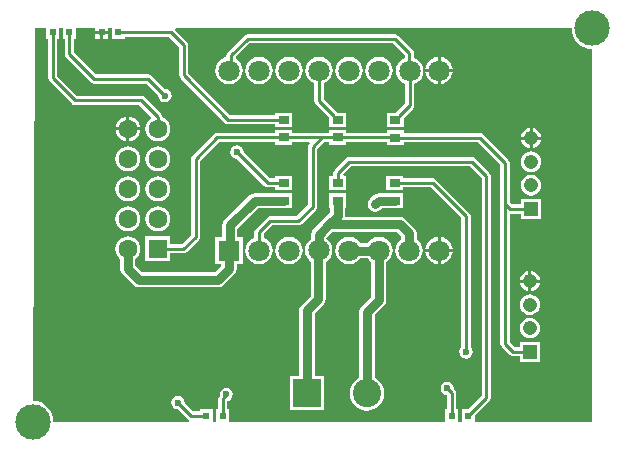
<source format=gtl>
G04*
G04 #@! TF.GenerationSoftware,Altium Limited,Altium Designer,20.1.8 (145)*
G04*
G04 Layer_Physical_Order=1*
G04 Layer_Color=255*
%FSLAX25Y25*%
%MOIN*%
G70*
G04*
G04 #@! TF.SameCoordinates,FB41AF91-CB0D-428D-8178-E64408BCF0C5*
G04*
G04*
G04 #@! TF.FilePolarity,Positive*
G04*
G01*
G75*
%ADD18R,0.02362X0.02362*%
%ADD19R,0.03543X0.02756*%
%ADD31C,0.01000*%
%ADD32C,0.02953*%
%ADD33R,0.07087X0.07087*%
%ADD34C,0.07087*%
%ADD35C,0.09449*%
%ADD36R,0.09449X0.09449*%
%ADD37C,0.06299*%
%ADD38R,0.06299X0.06299*%
%ADD39C,0.04756*%
%ADD40R,0.04756X0.04756*%
%ADD41C,0.11811*%
%ADD42C,0.02362*%
G36*
X191620Y141560D02*
X192015Y140258D01*
X192656Y139058D01*
X193519Y138007D01*
X194570Y137144D01*
X195770Y136503D01*
X197072Y136108D01*
X198425Y135975D01*
Y11811D01*
X159268D01*
Y13758D01*
X164074Y18564D01*
X164405Y19060D01*
X164522Y19646D01*
Y93701D01*
X164405Y94286D01*
X164074Y94782D01*
X159349Y99507D01*
X158853Y99838D01*
X158268Y99955D01*
X117323D01*
X116738Y99838D01*
X116241Y99507D01*
X112454Y95719D01*
X112122Y95223D01*
X112006Y94638D01*
Y93749D01*
X110764D01*
Y88993D01*
X116307D01*
Y93749D01*
X115517D01*
X115310Y94249D01*
X117956Y96896D01*
X157634D01*
X161463Y93067D01*
Y20279D01*
X157105Y15921D01*
X154906D01*
Y11811D01*
X153756D01*
Y15921D01*
X153104D01*
Y21260D01*
X152988Y21845D01*
X152656Y22341D01*
X152214Y22784D01*
X152224Y22835D01*
X152055Y23686D01*
X151573Y24407D01*
X150851Y24889D01*
X150000Y25058D01*
X149149Y24889D01*
X148427Y24407D01*
X147945Y23686D01*
X147776Y22835D01*
X147945Y21984D01*
X148427Y21262D01*
X149149Y20780D01*
X150000Y20611D01*
X150045Y20574D01*
Y15921D01*
X149394D01*
Y11811D01*
X77378D01*
Y15921D01*
X76726D01*
Y18683D01*
X76762Y18719D01*
X77229Y18812D01*
X77950Y19294D01*
X78433Y20015D01*
X78602Y20866D01*
X78433Y21717D01*
X77950Y22439D01*
X77229Y22921D01*
X76378Y23090D01*
X75527Y22921D01*
X74805Y22439D01*
X74323Y21717D01*
X74154Y20866D01*
X74225Y20508D01*
X74116Y20398D01*
X73784Y19902D01*
X73668Y19317D01*
Y15921D01*
X73016D01*
Y11811D01*
X71866D01*
Y15921D01*
X67504D01*
Y15270D01*
X65240D01*
X62450Y18059D01*
X62460Y18110D01*
X62291Y18961D01*
X61809Y19683D01*
X61087Y20165D01*
X60236Y20334D01*
X59385Y20165D01*
X58664Y19683D01*
X58182Y18961D01*
X58012Y18110D01*
X58182Y17259D01*
X58664Y16538D01*
X59385Y16056D01*
X60236Y15886D01*
X60287Y15897D01*
X63525Y12659D01*
X64021Y12327D01*
X64102Y12311D01*
X64053Y11811D01*
X18750D01*
X18617Y13165D01*
X18222Y14466D01*
X17581Y15666D01*
X16718Y16718D01*
X15666Y17581D01*
X14466Y18222D01*
X13165Y18617D01*
X11853Y18746D01*
X12598Y142913D01*
X16350D01*
Y139369D01*
X17002D01*
Y126350D01*
X17118Y125765D01*
X17450Y125269D01*
X24903Y117816D01*
X25399Y117485D01*
X25984Y117368D01*
X47398D01*
X51331Y113436D01*
X51241Y112819D01*
X50603Y112330D01*
X49938Y111463D01*
X49520Y110453D01*
X49378Y109370D01*
X49520Y108287D01*
X49938Y107277D01*
X50603Y106411D01*
X51470Y105745D01*
X52480Y105327D01*
X53563Y105185D01*
X54646Y105327D01*
X55656Y105745D01*
X56523Y106411D01*
X57188Y107277D01*
X57606Y108287D01*
X57748Y109370D01*
X57606Y110453D01*
X57188Y111463D01*
X56523Y112330D01*
X55656Y112995D01*
X55092Y113228D01*
Y113366D01*
X54976Y113951D01*
X54644Y114448D01*
X49113Y119979D01*
X48617Y120311D01*
X48031Y120427D01*
X26618D01*
X20061Y126984D01*
Y139369D01*
X20712D01*
Y142913D01*
X21862D01*
Y139369D01*
X22514D01*
Y134224D01*
X22630Y133639D01*
X22962Y133143D01*
X31202Y124903D01*
X31698Y124571D01*
X32283Y124455D01*
X49760D01*
X53692Y120523D01*
X53682Y120472D01*
X53851Y119621D01*
X54333Y118900D01*
X55054Y118418D01*
X55905Y118249D01*
X56757Y118418D01*
X57478Y118900D01*
X57960Y119621D01*
X58129Y120472D01*
X57960Y121324D01*
X57478Y122045D01*
X56757Y122527D01*
X55905Y122696D01*
X55855Y122686D01*
X51475Y127066D01*
X50979Y127397D01*
X50394Y127514D01*
X32917D01*
X25573Y134858D01*
Y139369D01*
X26224D01*
Y142913D01*
X32745D01*
Y142050D01*
X37108D01*
Y142913D01*
X38257D01*
Y139369D01*
X42619D01*
Y140020D01*
X57423D01*
X60675Y136768D01*
Y127165D01*
X60792Y126580D01*
X61123Y126084D01*
X75871Y111336D01*
X76367Y111004D01*
X76953Y110888D01*
X92764D01*
Y110039D01*
X98307D01*
Y114795D01*
X92764D01*
Y113947D01*
X77586D01*
X63734Y127799D01*
Y137402D01*
X63618Y137987D01*
X63286Y138483D01*
X59356Y142413D01*
X59563Y142913D01*
X191486D01*
X191620Y141560D01*
D02*
G37*
%LPC*%
G36*
X37108Y141050D02*
X35426D01*
Y139369D01*
X37108D01*
Y141050D01*
D02*
G37*
G36*
X34426D02*
X32745D01*
Y139369D01*
X34426D01*
Y141050D01*
D02*
G37*
G36*
X147780Y133328D02*
Y129311D01*
X151796D01*
X151706Y129997D01*
X151248Y131102D01*
X150520Y132051D01*
X149571Y132780D01*
X148466Y133237D01*
X147780Y133328D01*
D02*
G37*
G36*
X146780D02*
X146094Y133237D01*
X144988Y132780D01*
X144039Y132051D01*
X143311Y131102D01*
X142853Y129997D01*
X142763Y129311D01*
X146780D01*
Y133328D01*
D02*
G37*
G36*
X151796Y128311D02*
X147780D01*
Y124294D01*
X148466Y124385D01*
X149571Y124843D01*
X150520Y125571D01*
X151248Y126520D01*
X151706Y127625D01*
X151796Y128311D01*
D02*
G37*
G36*
X146780D02*
X142763D01*
X142853Y127625D01*
X143311Y126520D01*
X144039Y125571D01*
X144988Y124843D01*
X146094Y124385D01*
X146780Y124294D01*
Y128311D01*
D02*
G37*
G36*
X127280Y133394D02*
X126094Y133237D01*
X124988Y132780D01*
X124039Y132051D01*
X123311Y131102D01*
X122853Y129997D01*
X122697Y128811D01*
X122853Y127625D01*
X123311Y126520D01*
X124039Y125571D01*
X124988Y124843D01*
X126094Y124385D01*
X127280Y124229D01*
X128466Y124385D01*
X129571Y124843D01*
X130520Y125571D01*
X131248Y126520D01*
X131706Y127625D01*
X131862Y128811D01*
X131706Y129997D01*
X131248Y131102D01*
X130520Y132051D01*
X129571Y132780D01*
X128466Y133237D01*
X127280Y133394D01*
D02*
G37*
G36*
X117280D02*
X116094Y133237D01*
X114988Y132780D01*
X114039Y132051D01*
X113311Y131102D01*
X112853Y129997D01*
X112697Y128811D01*
X112853Y127625D01*
X113311Y126520D01*
X114039Y125571D01*
X114988Y124843D01*
X116094Y124385D01*
X117280Y124229D01*
X118466Y124385D01*
X119571Y124843D01*
X120520Y125571D01*
X121248Y126520D01*
X121706Y127625D01*
X121862Y128811D01*
X121706Y129997D01*
X121248Y131102D01*
X120520Y132051D01*
X119571Y132780D01*
X118466Y133237D01*
X117280Y133394D01*
D02*
G37*
G36*
X97280D02*
X96094Y133237D01*
X94988Y132780D01*
X94039Y132051D01*
X93311Y131102D01*
X92853Y129997D01*
X92697Y128811D01*
X92853Y127625D01*
X93311Y126520D01*
X94039Y125571D01*
X94988Y124843D01*
X96094Y124385D01*
X97280Y124229D01*
X98466Y124385D01*
X99571Y124843D01*
X100520Y125571D01*
X101248Y126520D01*
X101706Y127625D01*
X101862Y128811D01*
X101706Y129997D01*
X101248Y131102D01*
X100520Y132051D01*
X99571Y132780D01*
X98466Y133237D01*
X97280Y133394D01*
D02*
G37*
G36*
X87280D02*
X86094Y133237D01*
X84988Y132780D01*
X84039Y132051D01*
X83311Y131102D01*
X82853Y129997D01*
X82697Y128811D01*
X82853Y127625D01*
X83311Y126520D01*
X84039Y125571D01*
X84988Y124843D01*
X86094Y124385D01*
X87280Y124229D01*
X88466Y124385D01*
X89571Y124843D01*
X90520Y125571D01*
X91248Y126520D01*
X91706Y127625D01*
X91862Y128811D01*
X91706Y129997D01*
X91248Y131102D01*
X90520Y132051D01*
X89571Y132780D01*
X88466Y133237D01*
X87280Y133394D01*
D02*
G37*
G36*
X107280D02*
X106094Y133237D01*
X104988Y132780D01*
X104039Y132051D01*
X103311Y131102D01*
X102853Y129997D01*
X102697Y128811D01*
X102853Y127625D01*
X103311Y126520D01*
X104039Y125571D01*
X104988Y124843D01*
X105750Y124527D01*
Y118673D01*
X105867Y118088D01*
X106198Y117592D01*
X110764Y113026D01*
Y110039D01*
X116307D01*
Y114795D01*
X113320D01*
X108809Y119307D01*
Y124527D01*
X109571Y124843D01*
X110520Y125571D01*
X111248Y126520D01*
X111706Y127625D01*
X111862Y128811D01*
X111706Y129997D01*
X111248Y131102D01*
X110520Y132051D01*
X109571Y132780D01*
X108466Y133237D01*
X107280Y133394D01*
D02*
G37*
G36*
X132677Y140900D02*
X83465D01*
X82879Y140783D01*
X82383Y140452D01*
X76867Y134936D01*
X76536Y134440D01*
X76419Y133854D01*
Y133280D01*
X76094Y133237D01*
X74988Y132780D01*
X74039Y132051D01*
X73311Y131102D01*
X72853Y129997D01*
X72697Y128811D01*
X72853Y127625D01*
X73311Y126520D01*
X74039Y125571D01*
X74988Y124843D01*
X76094Y124385D01*
X77280Y124229D01*
X78466Y124385D01*
X79571Y124843D01*
X80520Y125571D01*
X81248Y126520D01*
X81706Y127625D01*
X81862Y128811D01*
X81706Y129997D01*
X81248Y131102D01*
X80520Y132051D01*
X79588Y132766D01*
X79552Y133067D01*
X79537Y133280D01*
X84098Y137841D01*
X132044D01*
X135872Y134012D01*
Y132985D01*
X135185Y132701D01*
X134236Y131973D01*
X133508Y131024D01*
X133050Y129918D01*
X132894Y128732D01*
X133050Y127546D01*
X133508Y126441D01*
X134236Y125492D01*
X135185Y124764D01*
X135947Y124448D01*
Y117834D01*
X132892Y114780D01*
X129905D01*
Y110024D01*
X135449D01*
Y113010D01*
X138558Y116119D01*
X138889Y116616D01*
X139006Y117201D01*
Y124448D01*
X139768Y124764D01*
X140717Y125492D01*
X141445Y126441D01*
X141903Y127546D01*
X142059Y128732D01*
X141903Y129918D01*
X141445Y131024D01*
X140717Y131973D01*
X139768Y132701D01*
X138931Y133047D01*
Y134646D01*
X138814Y135231D01*
X138483Y135727D01*
X133759Y140452D01*
X133262Y140783D01*
X132677Y140900D01*
D02*
G37*
G36*
X44063Y113490D02*
Y109870D01*
X47683D01*
X47606Y110453D01*
X47188Y111463D01*
X46523Y112330D01*
X45656Y112995D01*
X44646Y113413D01*
X44063Y113490D01*
D02*
G37*
G36*
X43063D02*
X42480Y113413D01*
X41470Y112995D01*
X40604Y112330D01*
X39938Y111463D01*
X39520Y110453D01*
X39443Y109870D01*
X43063D01*
Y113490D01*
D02*
G37*
G36*
X116307Y108890D02*
X110764D01*
Y108041D01*
X98307D01*
Y108890D01*
X92764D01*
Y108041D01*
X73441D01*
X72856Y107925D01*
X72360Y107593D01*
X65060Y100294D01*
X64729Y99798D01*
X64612Y99213D01*
Y74056D01*
X61456Y70899D01*
X57713D01*
Y73520D01*
X49413D01*
Y65220D01*
X57713D01*
Y67841D01*
X62089D01*
X62674Y67957D01*
X63170Y68289D01*
X67223Y72341D01*
X67555Y72838D01*
X67671Y73423D01*
Y98579D01*
X74074Y104982D01*
X92764D01*
Y104134D01*
X98307D01*
Y104982D01*
X103922D01*
X104113Y104520D01*
X104037Y104444D01*
X103705Y103947D01*
X103589Y103362D01*
Y84098D01*
X99760Y80270D01*
X90945D01*
X90360Y80153D01*
X89863Y79822D01*
X86198Y76156D01*
X85867Y75660D01*
X85750Y75075D01*
Y73095D01*
X84988Y72780D01*
X84039Y72051D01*
X83311Y71102D01*
X82853Y69997D01*
X82697Y68811D01*
X82853Y67625D01*
X83311Y66520D01*
X84039Y65571D01*
X84988Y64842D01*
X86094Y64385D01*
X87280Y64228D01*
X88466Y64385D01*
X89571Y64842D01*
X90520Y65571D01*
X91248Y66520D01*
X91706Y67625D01*
X91862Y68811D01*
X91706Y69997D01*
X91248Y71102D01*
X90520Y72051D01*
X89571Y72780D01*
X88809Y73095D01*
Y74441D01*
X91578Y77211D01*
X100394D01*
X100979Y77327D01*
X101475Y77659D01*
X106200Y82383D01*
X106531Y82879D01*
X106648Y83465D01*
Y102729D01*
X108901Y104982D01*
X110764D01*
Y104134D01*
X116307D01*
Y104982D01*
X129905D01*
Y104118D01*
X135449D01*
Y104967D01*
X160193D01*
X167762Y97398D01*
Y84252D01*
Y37795D01*
X167878Y37210D01*
X168210Y36714D01*
X170966Y33958D01*
X171462Y33626D01*
X172047Y33510D01*
X174181D01*
Y31661D01*
X180937D01*
Y38417D01*
X174181D01*
Y36569D01*
X172681D01*
X170821Y38429D01*
Y81111D01*
X170866Y81148D01*
X174575D01*
Y79299D01*
X181331D01*
Y86055D01*
X174575D01*
Y84207D01*
X171500D01*
X170821Y84886D01*
Y98032D01*
X170704Y98617D01*
X170373Y99113D01*
X161908Y107578D01*
X161412Y107909D01*
X160827Y108025D01*
X135449D01*
Y108874D01*
X129905D01*
Y108041D01*
X116307D01*
Y108890D01*
D02*
G37*
G36*
X178453Y109641D02*
Y106799D01*
X181294D01*
X181244Y107181D01*
X180903Y108003D01*
X180362Y108708D01*
X179656Y109250D01*
X178835Y109590D01*
X178453Y109641D01*
D02*
G37*
G36*
X177453Y109641D02*
X177071Y109590D01*
X176249Y109250D01*
X175544Y108708D01*
X175002Y108003D01*
X174662Y107181D01*
X174611Y106799D01*
X177453D01*
Y109641D01*
D02*
G37*
G36*
X47683Y108870D02*
X44063D01*
Y105251D01*
X44646Y105327D01*
X45656Y105745D01*
X46523Y106411D01*
X47188Y107277D01*
X47606Y108287D01*
X47683Y108870D01*
D02*
G37*
G36*
X43063D02*
X39443D01*
X39520Y108287D01*
X39938Y107277D01*
X40604Y106411D01*
X41470Y105745D01*
X42480Y105327D01*
X43063Y105251D01*
Y108870D01*
D02*
G37*
G36*
X177453Y105799D02*
X174611D01*
X174662Y105417D01*
X175002Y104596D01*
X175544Y103890D01*
X176249Y103349D01*
X177071Y103008D01*
X177453Y102958D01*
Y105799D01*
D02*
G37*
G36*
X181294D02*
X178453D01*
Y102958D01*
X178835Y103008D01*
X179656Y103349D01*
X180362Y103890D01*
X180903Y104596D01*
X181244Y105417D01*
X181294Y105799D01*
D02*
G37*
G36*
X53563Y103556D02*
X52480Y103413D01*
X51470Y102995D01*
X50603Y102330D01*
X49938Y101463D01*
X49520Y100453D01*
X49378Y99370D01*
X49520Y98287D01*
X49938Y97277D01*
X50603Y96411D01*
X51470Y95745D01*
X52480Y95327D01*
X53563Y95185D01*
X54646Y95327D01*
X55656Y95745D01*
X56523Y96411D01*
X57188Y97277D01*
X57606Y98287D01*
X57748Y99370D01*
X57606Y100453D01*
X57188Y101463D01*
X56523Y102330D01*
X55656Y102995D01*
X54646Y103413D01*
X53563Y103556D01*
D02*
G37*
G36*
X43563D02*
X42480Y103413D01*
X41470Y102995D01*
X40604Y102330D01*
X39938Y101463D01*
X39520Y100453D01*
X39378Y99370D01*
X39520Y98287D01*
X39938Y97277D01*
X40604Y96411D01*
X41470Y95745D01*
X42480Y95327D01*
X43563Y95185D01*
X44646Y95327D01*
X45656Y95745D01*
X46523Y96411D01*
X47188Y97277D01*
X47606Y98287D01*
X47748Y99370D01*
X47606Y100453D01*
X47188Y101463D01*
X46523Y102330D01*
X45656Y102995D01*
X44646Y103413D01*
X43563Y103556D01*
D02*
G37*
G36*
X177953Y101832D02*
X177071Y101716D01*
X176249Y101376D01*
X175544Y100834D01*
X175002Y100129D01*
X174662Y99307D01*
X174546Y98425D01*
X174662Y97543D01*
X175002Y96722D01*
X175544Y96016D01*
X176249Y95475D01*
X177071Y95134D01*
X177953Y95018D01*
X178835Y95134D01*
X179656Y95475D01*
X180362Y96016D01*
X180903Y96722D01*
X181244Y97543D01*
X181360Y98425D01*
X181244Y99307D01*
X180903Y100129D01*
X180362Y100834D01*
X179656Y101376D01*
X178835Y101716D01*
X177953Y101832D01*
D02*
G37*
G36*
X79921Y103831D02*
X79070Y103661D01*
X78349Y103179D01*
X77867Y102458D01*
X77697Y101607D01*
X77867Y100756D01*
X78349Y100034D01*
X79070Y99552D01*
X79921Y99383D01*
X79972Y99393D01*
X89076Y90290D01*
X89572Y89958D01*
X90157Y89842D01*
X92764D01*
Y88993D01*
X98307D01*
Y93749D01*
X92764D01*
Y92901D01*
X90790D01*
X82135Y101556D01*
X82145Y101607D01*
X81976Y102458D01*
X81494Y103179D01*
X80772Y103661D01*
X79921Y103831D01*
D02*
G37*
G36*
X177953Y93958D02*
X177071Y93842D01*
X176249Y93502D01*
X175544Y92960D01*
X175002Y92255D01*
X174662Y91433D01*
X174546Y90551D01*
X174662Y89669D01*
X175002Y88848D01*
X175544Y88142D01*
X176249Y87601D01*
X177071Y87260D01*
X177953Y87144D01*
X178835Y87260D01*
X179656Y87601D01*
X180362Y88142D01*
X180903Y88848D01*
X181244Y89669D01*
X181360Y90551D01*
X181244Y91433D01*
X180903Y92255D01*
X180362Y92960D01*
X179656Y93502D01*
X178835Y93842D01*
X177953Y93958D01*
D02*
G37*
G36*
X53563Y93555D02*
X52480Y93413D01*
X51470Y92995D01*
X50603Y92330D01*
X49938Y91463D01*
X49520Y90453D01*
X49378Y89370D01*
X49520Y88287D01*
X49938Y87277D01*
X50603Y86411D01*
X51470Y85745D01*
X52480Y85327D01*
X53563Y85185D01*
X54646Y85327D01*
X55656Y85745D01*
X56523Y86411D01*
X57188Y87277D01*
X57606Y88287D01*
X57748Y89370D01*
X57606Y90453D01*
X57188Y91463D01*
X56523Y92330D01*
X55656Y92995D01*
X54646Y93413D01*
X53563Y93555D01*
D02*
G37*
G36*
X43563D02*
X42480Y93413D01*
X41470Y92995D01*
X40604Y92330D01*
X39938Y91463D01*
X39520Y90453D01*
X39378Y89370D01*
X39520Y88287D01*
X39938Y87277D01*
X40604Y86411D01*
X41470Y85745D01*
X42480Y85327D01*
X43563Y85185D01*
X44646Y85327D01*
X45656Y85745D01*
X46523Y86411D01*
X47188Y87277D01*
X47606Y88287D01*
X47748Y89370D01*
X47606Y90453D01*
X47188Y91463D01*
X46523Y92330D01*
X45656Y92995D01*
X44646Y93413D01*
X43563Y93555D01*
D02*
G37*
G36*
X132535Y87990D02*
X127198D01*
X126232Y87798D01*
X125412Y87251D01*
X124199Y86037D01*
X123652Y85218D01*
X123459Y84252D01*
X123652Y83286D01*
X124199Y82467D01*
X125018Y81919D01*
X125984Y81727D01*
X126951Y81919D01*
X127770Y82467D01*
X128244Y82941D01*
X132535D01*
X133274Y83087D01*
X135307D01*
Y87843D01*
X133274D01*
X132535Y87990D01*
D02*
G37*
G36*
X53563Y83556D02*
X52480Y83413D01*
X51470Y82995D01*
X50603Y82330D01*
X49938Y81463D01*
X49520Y80453D01*
X49378Y79370D01*
X49520Y78287D01*
X49938Y77277D01*
X50603Y76411D01*
X51470Y75745D01*
X52480Y75327D01*
X53563Y75185D01*
X54646Y75327D01*
X55656Y75745D01*
X56523Y76411D01*
X57188Y77277D01*
X57606Y78287D01*
X57748Y79370D01*
X57606Y80453D01*
X57188Y81463D01*
X56523Y82330D01*
X55656Y82995D01*
X54646Y83413D01*
X53563Y83556D01*
D02*
G37*
G36*
X43563D02*
X42480Y83413D01*
X41470Y82995D01*
X40604Y82330D01*
X39938Y81463D01*
X39520Y80453D01*
X39378Y79370D01*
X39520Y78287D01*
X39938Y77277D01*
X40604Y76411D01*
X41470Y75745D01*
X42480Y75327D01*
X43563Y75185D01*
X44646Y75327D01*
X45656Y75745D01*
X46523Y76411D01*
X47188Y77277D01*
X47606Y78287D01*
X47748Y79370D01*
X47606Y80453D01*
X47188Y81463D01*
X46523Y82330D01*
X45656Y82995D01*
X44646Y83413D01*
X43563Y83556D01*
D02*
G37*
G36*
X127280Y73393D02*
X126094Y73237D01*
X124988Y72780D01*
X124039Y72051D01*
X123490Y71336D01*
X121069D01*
X120520Y72051D01*
X119571Y72780D01*
X118466Y73237D01*
X117280Y73393D01*
X116094Y73237D01*
X114988Y72780D01*
X114039Y72051D01*
X113311Y71102D01*
X112853Y69997D01*
X112697Y68811D01*
X112853Y67625D01*
X113311Y66520D01*
X114039Y65571D01*
X114988Y64842D01*
X116094Y64385D01*
X117280Y64228D01*
X118466Y64385D01*
X119571Y64842D01*
X120520Y65571D01*
X121069Y66286D01*
X123490D01*
X124039Y65571D01*
X124641Y65109D01*
Y53408D01*
X121478Y50246D01*
X120931Y49427D01*
X120739Y48461D01*
Y26410D01*
X120377Y26260D01*
X119181Y25343D01*
X118264Y24147D01*
X117687Y22754D01*
X117490Y21260D01*
X117687Y19766D01*
X118264Y18373D01*
X119181Y17177D01*
X120377Y16260D01*
X121770Y15683D01*
X123264Y15486D01*
X124758Y15683D01*
X126151Y16260D01*
X127347Y17177D01*
X128264Y18373D01*
X128841Y19766D01*
X129038Y21260D01*
X128841Y22754D01*
X128264Y24147D01*
X127347Y25343D01*
X126151Y26260D01*
X125789Y26410D01*
Y47415D01*
X128951Y50577D01*
X129498Y51396D01*
X129690Y52362D01*
Y64934D01*
X130520Y65571D01*
X131248Y66520D01*
X131706Y67625D01*
X131862Y68811D01*
X131706Y69997D01*
X131248Y71102D01*
X130520Y72051D01*
X129571Y72780D01*
X128466Y73237D01*
X127280Y73393D01*
D02*
G37*
G36*
X147780Y73328D02*
Y69311D01*
X151796D01*
X151706Y69997D01*
X151248Y71102D01*
X150520Y72051D01*
X149571Y72780D01*
X148466Y73237D01*
X147780Y73328D01*
D02*
G37*
G36*
X146780D02*
X146094Y73237D01*
X144988Y72780D01*
X144039Y72051D01*
X143311Y71102D01*
X142853Y69997D01*
X142763Y69311D01*
X146780D01*
Y73328D01*
D02*
G37*
G36*
X151796Y68311D02*
X147780D01*
Y64294D01*
X148466Y64385D01*
X149571Y64842D01*
X150520Y65571D01*
X151248Y66520D01*
X151706Y67625D01*
X151796Y68311D01*
D02*
G37*
G36*
X146780D02*
X142763D01*
X142853Y67625D01*
X143311Y66520D01*
X144039Y65571D01*
X144988Y64842D01*
X146094Y64385D01*
X146780Y64294D01*
Y68311D01*
D02*
G37*
G36*
X116307Y87843D02*
X110764D01*
Y83087D01*
X111011D01*
Y81510D01*
X108845Y79344D01*
X108845Y79344D01*
X105376Y75876D01*
X104829Y75057D01*
X104637Y74090D01*
Y72679D01*
X103921Y72130D01*
X103193Y71181D01*
X102735Y70076D01*
X102579Y68890D01*
X102735Y67704D01*
X103193Y66599D01*
X103921Y65649D01*
X104562Y65158D01*
Y53802D01*
X101479Y50719D01*
X100931Y49900D01*
X100739Y48933D01*
Y26984D01*
X97540D01*
Y15535D01*
X108988D01*
Y26984D01*
X105789D01*
Y47887D01*
X108872Y50971D01*
X109419Y51790D01*
X109611Y52756D01*
Y65043D01*
X110402Y65649D01*
X111130Y66599D01*
X111588Y67704D01*
X111744Y68890D01*
X111588Y70076D01*
X111130Y71181D01*
X110402Y72130D01*
X109800Y72592D01*
X109775Y73133D01*
X111676Y75034D01*
X133206D01*
X134755Y73486D01*
Y72600D01*
X134039Y72051D01*
X133311Y71102D01*
X132853Y69997D01*
X132697Y68811D01*
X132853Y67625D01*
X133311Y66520D01*
X134039Y65571D01*
X134988Y64842D01*
X136094Y64385D01*
X137280Y64228D01*
X138466Y64385D01*
X139571Y64842D01*
X140520Y65571D01*
X141248Y66520D01*
X141706Y67625D01*
X141862Y68811D01*
X141706Y69997D01*
X141248Y71102D01*
X140520Y72051D01*
X139804Y72600D01*
Y74531D01*
X139612Y75498D01*
X139065Y76317D01*
X136037Y79344D01*
X135218Y79892D01*
X134252Y80084D01*
X116373D01*
X116060Y80465D01*
Y83087D01*
X116307D01*
Y87843D01*
D02*
G37*
G36*
X97280Y73393D02*
X96094Y73237D01*
X94988Y72780D01*
X94039Y72051D01*
X93311Y71102D01*
X92853Y69997D01*
X92697Y68811D01*
X92853Y67625D01*
X93311Y66520D01*
X94039Y65571D01*
X94988Y64842D01*
X96094Y64385D01*
X97280Y64228D01*
X98466Y64385D01*
X99571Y64842D01*
X100520Y65571D01*
X101248Y66520D01*
X101706Y67625D01*
X101862Y68811D01*
X101706Y69997D01*
X101248Y71102D01*
X100520Y72051D01*
X99571Y72780D01*
X98466Y73237D01*
X97280Y73393D01*
D02*
G37*
G36*
X95535Y87990D02*
X85859D01*
X84893Y87798D01*
X84074Y87251D01*
X75774Y78951D01*
X75226Y78132D01*
X75034Y77165D01*
Y73354D01*
X72736D01*
Y64268D01*
X74755D01*
Y63758D01*
X72576Y61580D01*
X48290D01*
X46088Y63782D01*
Y66077D01*
X46523Y66411D01*
X47188Y67277D01*
X47606Y68287D01*
X47748Y69370D01*
X47606Y70453D01*
X47188Y71463D01*
X46523Y72330D01*
X45656Y72995D01*
X44646Y73413D01*
X43563Y73555D01*
X42480Y73413D01*
X41470Y72995D01*
X40604Y72330D01*
X39938Y71463D01*
X39520Y70453D01*
X39378Y69370D01*
X39520Y68287D01*
X39938Y67277D01*
X40604Y66411D01*
X41038Y66077D01*
Y62736D01*
X41230Y61770D01*
X41778Y60951D01*
X45459Y57270D01*
X46278Y56722D01*
X47244Y56530D01*
X73622D01*
X74588Y56722D01*
X75407Y57270D01*
X79065Y60927D01*
X79612Y61747D01*
X79804Y62713D01*
Y64268D01*
X81823D01*
Y73354D01*
X80084D01*
Y76120D01*
X86905Y82941D01*
X95535D01*
X96274Y83087D01*
X98307D01*
Y87843D01*
X96274D01*
X95535Y87990D01*
D02*
G37*
G36*
X178059Y62003D02*
Y59161D01*
X180900D01*
X180850Y59543D01*
X180510Y60365D01*
X179968Y61071D01*
X179263Y61612D01*
X178441Y61952D01*
X178059Y62003D01*
D02*
G37*
G36*
X177059D02*
X176677Y61952D01*
X175856Y61612D01*
X175150Y61071D01*
X174608Y60365D01*
X174268Y59543D01*
X174218Y59161D01*
X177059D01*
Y62003D01*
D02*
G37*
G36*
X180900Y58161D02*
X178059D01*
Y55320D01*
X178441Y55370D01*
X179263Y55711D01*
X179968Y56252D01*
X180510Y56958D01*
X180850Y57780D01*
X180900Y58161D01*
D02*
G37*
G36*
X177059D02*
X174218D01*
X174268Y57780D01*
X174608Y56958D01*
X175150Y56252D01*
X175856Y55711D01*
X176677Y55370D01*
X177059Y55320D01*
Y58161D01*
D02*
G37*
G36*
X177559Y54194D02*
X176677Y54078D01*
X175856Y53738D01*
X175150Y53197D01*
X174608Y52491D01*
X174268Y51669D01*
X174152Y50787D01*
X174268Y49906D01*
X174608Y49084D01*
X175150Y48378D01*
X175856Y47837D01*
X176677Y47496D01*
X177559Y47380D01*
X178441Y47496D01*
X179263Y47837D01*
X179968Y48378D01*
X180510Y49084D01*
X180850Y49906D01*
X180966Y50787D01*
X180850Y51669D01*
X180510Y52491D01*
X179968Y53197D01*
X179263Y53738D01*
X178441Y54078D01*
X177559Y54194D01*
D02*
G37*
G36*
Y46321D02*
X176677Y46204D01*
X175856Y45864D01*
X175150Y45323D01*
X174608Y44617D01*
X174268Y43795D01*
X174152Y42913D01*
X174268Y42032D01*
X174608Y41210D01*
X175150Y40504D01*
X175856Y39963D01*
X176677Y39622D01*
X177559Y39506D01*
X178441Y39622D01*
X179263Y39963D01*
X179968Y40504D01*
X180510Y41210D01*
X180850Y42032D01*
X180966Y42913D01*
X180850Y43795D01*
X180510Y44617D01*
X179968Y45323D01*
X179263Y45864D01*
X178441Y46204D01*
X177559Y46321D01*
D02*
G37*
G36*
X135307Y93749D02*
X129764D01*
Y88993D01*
X135307D01*
Y89842D01*
X144610D01*
X154770Y79681D01*
Y36641D01*
X154727Y36612D01*
X154245Y35890D01*
X154075Y35039D01*
X154245Y34188D01*
X154727Y33467D01*
X155448Y32985D01*
X156299Y32816D01*
X157150Y32985D01*
X157872Y33467D01*
X158354Y34188D01*
X158523Y35039D01*
X158354Y35890D01*
X157872Y36612D01*
X157829Y36641D01*
Y80315D01*
X157712Y80900D01*
X157381Y81396D01*
X146325Y92453D01*
X145828Y92784D01*
X145243Y92901D01*
X135307D01*
Y93749D01*
D02*
G37*
%LPD*%
D18*
X151575Y13740D02*
D03*
X157087D02*
D03*
X18531Y141550D02*
D03*
X24043D02*
D03*
X34926D02*
D03*
X40438D02*
D03*
X69685Y13740D02*
D03*
X75197D02*
D03*
D19*
X132535Y91371D02*
D03*
Y85466D02*
D03*
X113535Y91371D02*
D03*
Y85466D02*
D03*
X95535Y91371D02*
D03*
Y85466D02*
D03*
X132677Y106496D02*
D03*
Y112402D02*
D03*
X113535Y106512D02*
D03*
Y112417D02*
D03*
X95535D02*
D03*
Y106512D02*
D03*
D31*
X53563Y109370D02*
Y113366D01*
X48031Y118898D02*
X53563Y113366D01*
X25984Y118898D02*
X48031D01*
X18531Y126350D02*
Y141550D01*
Y126350D02*
X25984Y118898D01*
X151575Y13740D02*
Y21260D01*
X150000Y22835D02*
X151575Y21260D01*
X60236Y18110D02*
X64606Y13740D01*
X69685D01*
X75197Y19317D02*
X76378Y20497D01*
Y20866D01*
X157087Y13740D02*
X162992Y19646D01*
X75197Y13740D02*
Y19317D01*
X53563Y69370D02*
X62089D01*
X66142Y73423D02*
Y99213D01*
X62089Y69370D02*
X66142Y73423D01*
Y99213D02*
X73441Y106512D01*
X113535Y91371D02*
Y94638D01*
X117323Y98425D01*
X158268D01*
X90157Y91371D02*
X95535D01*
X79921Y101607D02*
X90157Y91371D01*
X73441Y106512D02*
X95535D01*
X32283Y125984D02*
X50394D01*
X55905Y120472D01*
X24043Y134224D02*
Y141550D01*
Y134224D02*
X32283Y125984D01*
X158268Y98425D02*
X162992Y93701D01*
Y19646D02*
Y93701D01*
X156299Y35039D02*
Y80315D01*
X132535Y91371D02*
X145243D01*
X156299Y80315D01*
X177559Y35039D02*
X177559Y35039D01*
X172047Y35039D02*
X177559D01*
X169291Y37795D02*
Y84252D01*
Y37795D02*
X172047Y35039D01*
X177953Y82677D02*
X177953Y82677D01*
X170866Y82677D02*
X177953D01*
X169291Y84252D02*
Y98032D01*
Y84252D02*
X170866Y82677D01*
X160827Y106496D02*
X169291Y98032D01*
X132677Y106496D02*
X160827D01*
X137402Y128807D02*
X137476Y128732D01*
X137402Y128807D02*
Y134646D01*
X83465Y139370D02*
X132677D01*
X137402Y134646D01*
X77280Y128811D02*
X77949Y129480D01*
Y133854D01*
X83465Y139370D01*
X58057Y141550D02*
X62205Y137402D01*
X40438Y141550D02*
X58057D01*
X62205Y127165D02*
Y137402D01*
Y127165D02*
X76953Y112417D01*
X95535D01*
X34926Y141550D02*
X35039Y141663D01*
X108268Y106512D02*
X113535D01*
X95535D02*
X108268D01*
X105118Y83465D02*
Y103362D01*
X108268Y106512D01*
X100394Y78740D02*
X105118Y83465D01*
X90945Y78740D02*
X100394D01*
X87280Y75075D02*
X90945Y78740D01*
X87280Y68811D02*
Y75075D01*
X77280Y68811D02*
X77559Y69090D01*
X132677Y112402D02*
X133071D01*
X133949Y113280D01*
Y113673D01*
X137476Y117201D01*
Y128732D01*
X113142Y112417D02*
X113535D01*
X112264Y113295D02*
X113142Y112417D01*
X112264Y113295D02*
Y113689D01*
X107280Y118673D02*
X112264Y113689D01*
X107280Y118673D02*
Y128811D01*
X117280Y68811D02*
X127280D01*
X117280D02*
X117717Y68374D01*
X113535Y106512D02*
X132035D01*
X127165Y68697D02*
X127280Y68811D01*
X107087Y68815D02*
X107161Y68890D01*
D32*
X125984Y84252D02*
X127198Y85466D01*
X132535D01*
X103264Y21260D02*
Y48933D01*
X107087Y52756D01*
X117717Y68811D02*
X127280D01*
X73622Y59055D02*
X77280Y62713D01*
Y68811D01*
X47244Y59055D02*
X73622D01*
X43563Y62736D02*
Y69370D01*
Y62736D02*
X47244Y59055D01*
X77559Y69090D02*
Y77165D01*
X85859Y85466D02*
X95535D01*
X77559Y77165D02*
X85859Y85466D01*
X113535Y80465D02*
Y85039D01*
X110630Y77559D02*
X113535Y80465D01*
X137280Y68811D02*
Y74531D01*
X107161Y74090D02*
X110630Y77559D01*
X134252D02*
X137280Y74531D01*
X107161Y68890D02*
Y74090D01*
X110630Y77559D02*
X134252D01*
X123264Y21260D02*
Y48461D01*
X127165Y52362D02*
Y68697D01*
X123264Y48461D02*
X127165Y52362D01*
X107087Y52756D02*
Y68815D01*
D33*
X77280Y68811D02*
D03*
D34*
X87280D02*
D03*
X97280D02*
D03*
X117280D02*
D03*
X127280D02*
D03*
X137280D02*
D03*
X147280D02*
D03*
X77280Y128811D02*
D03*
X87280D02*
D03*
X97280D02*
D03*
X107280D02*
D03*
X117280D02*
D03*
X127280D02*
D03*
X137476Y128732D02*
D03*
X147280Y128811D02*
D03*
X107161Y68890D02*
D03*
D35*
X123264Y21260D02*
D03*
D36*
X103264D02*
D03*
D37*
X53563Y109370D02*
D03*
Y99370D02*
D03*
X43563Y109370D02*
D03*
Y99370D02*
D03*
X53563Y89370D02*
D03*
X43563D02*
D03*
Y79370D02*
D03*
X53563D02*
D03*
X43563Y69370D02*
D03*
D38*
X53563D02*
D03*
D39*
X177953Y106299D02*
D03*
Y98425D02*
D03*
Y90551D02*
D03*
X177559Y58661D02*
D03*
Y50787D02*
D03*
Y42913D02*
D03*
D40*
X177953Y82677D02*
D03*
X177559Y35039D02*
D03*
D41*
X11811Y11811D02*
D03*
X198425Y142913D02*
D03*
D42*
X150000Y22835D02*
D03*
X60236Y18110D02*
D03*
X76378Y20866D02*
D03*
X79921Y101607D02*
D03*
X55905Y120472D02*
D03*
X125984Y84252D02*
D03*
X156299Y35039D02*
D03*
M02*

</source>
